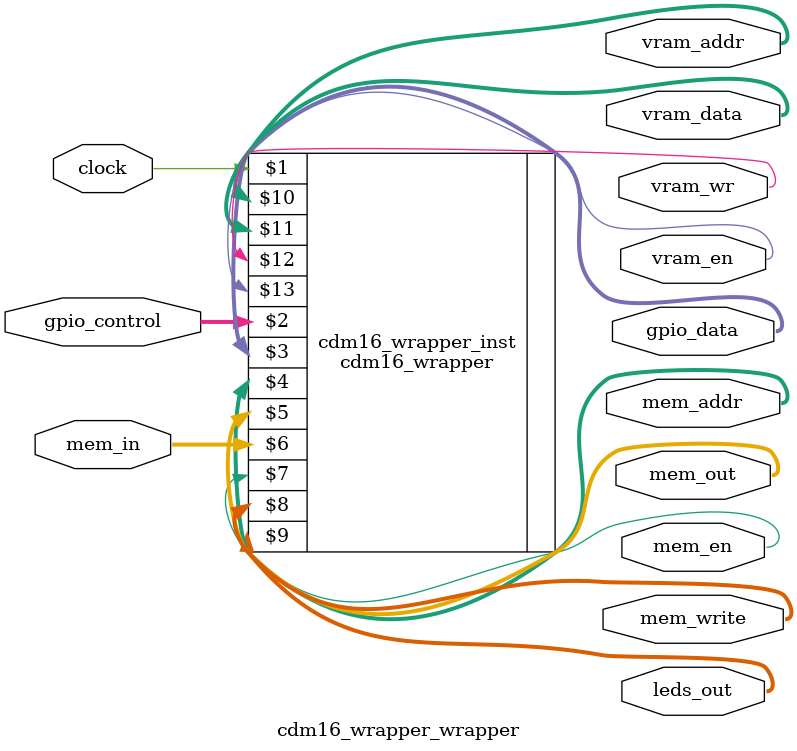
<source format=v>
`timescale 1ns / 1ps

module cdm16_wrapper_wrapper(
    input wire clock,

    input wire [31:0] gpio_control,
    output wire [31:0] gpio_data,

    output wire [14:0] mem_addr,
    output wire [15:0] mem_out,
    input wire [15:0] mem_in,
    output wire mem_en,
    output wire [1:0] mem_write,
    output wire [2:0] leds_out,

    output wire [15:0] vram_addr,
    output wire [15:0] vram_data,
    output wire vram_wr,
    output wire vram_en
);
cdm16_wrapper cdm16_wrapper_inst(
    clock,
    gpio_control,
    gpio_data,
    mem_addr,
    mem_out,
    mem_in,
    mem_en,
    mem_write,
    leds_out,
    vram_addr,
    vram_data,
    vram_wr,
    vram_en
);


endmodule // rev 15
</source>
